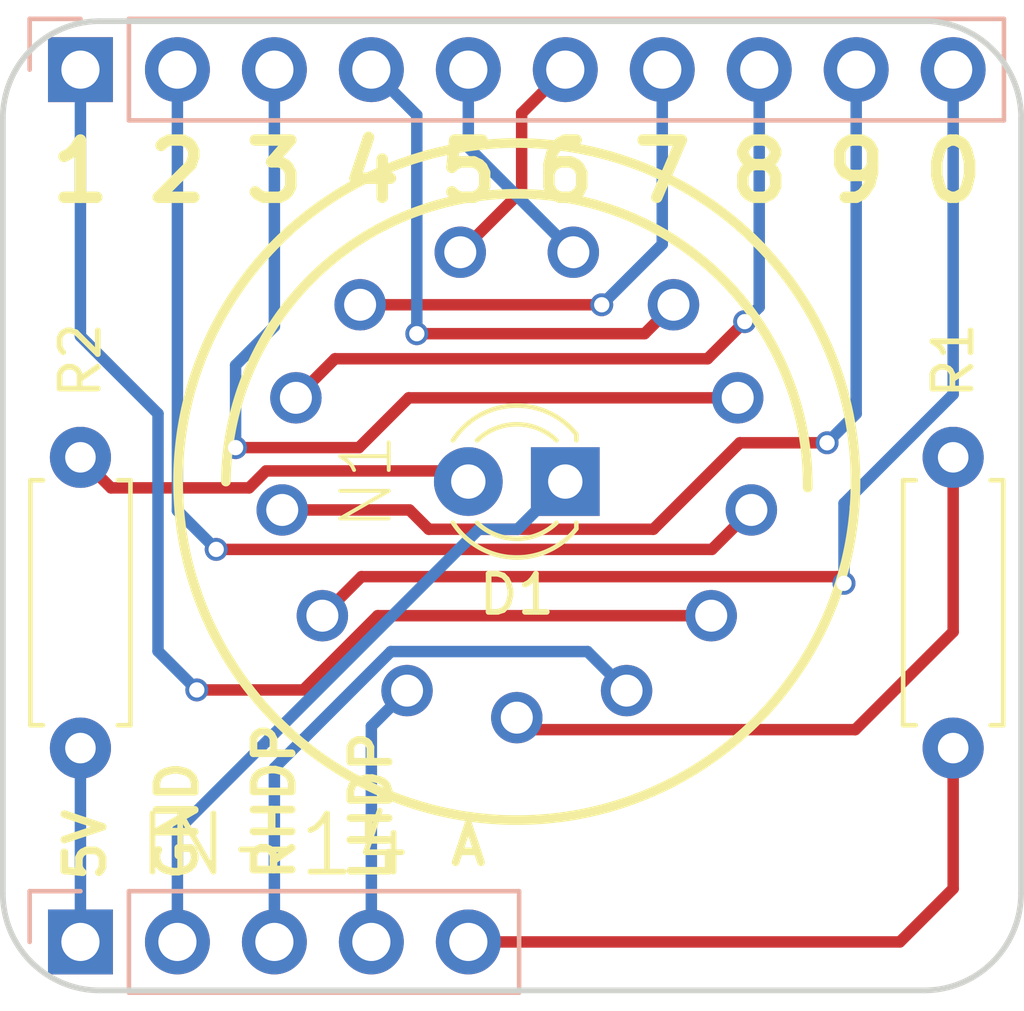
<source format=kicad_pcb>
(kicad_pcb (version 20240108) (generator "pcbnew") (generator_version "8.0")
  (layers (0 "F.Cu" signal) (31 "B.Cu" signal) (34 "B.Paste" user) (35 "F.Paste" user) (36 "B.SilkS" user "B.Silkscreen") (37 "F.SilkS" user "F.Silkscreen") (38 "B.Mask" user) (39 "F.Mask" user) (44 "Edge.Cuts" user))
  (net 0 "")
  (net 1 "Net-(J1-Pad1)")
  (net 2 "Net-(J1-Pad2)")
  (net 3 "Net-(J1-Pad3)")
  (net 4 "Net-(J1-Pad4)")
  (net 5 "Net-(J1-Pad5)")
  (net 6 "Net-(J1-Pad6)")
  (net 7 "Net-(J1-Pad7)")
  (net 8 "Net-(J1-Pad8)")
  (net 9 "Net-(J1-Pad9)")
  (net 10 "Net-(J1-Pad10)")
  (net 11 "Net-(J2-Pad1)")
  (net 12 "Net-(J2-Pad3)")
  (net 13 "GND")
  (net 14 "Net-(D1-Pad2)")
  (net 15 "Net-(J2-Pad4)")
  (net 16 "Net-(N1-PadA)")
  (net 17 "Net-(J2-Pad5)")
  (footprint "nixies-us:nixies-us-IN-14" (layer "F.Cu") (at 135.89 135.255)
    (property "Reference" "N1" (at -3.937 0 90) (layer "F.SilkS") (effects (font (size 1.27 1.27) (thickness 0.1016))))
    (property "Value" "IN-14" (at -6.35 9.525 0) (layer "F.SilkS") (effects (font (size 1.524 1.524))))
    (fp_arc (start -7.62 0) (mid 0.07874 -7.54126) (end 7.62 0.15748) (stroke (width 0.254)) (layer "F.SilkS"))
    (fp_circle (center 0 0) (end 0 -8.87222) (stroke (width 0.254)) (fill none) (layer "F.SilkS"))
    (pad "0" thru_hole circle (at -5.0927 3.51536) (size 1.3462 1.3462) (drill 0.8382) (layers "*.Cu" "*.Paste" "*.Mask") (net 10 "Net-(J1-Pad10)"))
    (pad "1" thru_hole circle (at 5.0927 3.51536) (size 1.3462 1.3462) (drill 0.8382) (layers "*.Cu" "*.Paste" "*.Mask") (net 1 "Net-(J1-Pad1)"))
    (pad "2" thru_hole circle (at 6.14426 0.74422) (size 1.3462 1.3462) (drill 0.8382) (layers "*.Cu" "*.Paste" "*.Mask") (net 2 "Net-(J1-Pad2)"))
    (pad "3" thru_hole circle (at 5.78612 -2.19456) (size 1.3462 1.3462) (drill 0.8382) (layers "*.Cu" "*.Paste" "*.Mask") (net 3 "Net-(J1-Pad3)"))
    (pad "4" thru_hole circle (at 4.10464 -4.63296) (size 1.3462 1.3462) (drill 0.8382) (layers "*.Cu" "*.Paste" "*.Mask") (net 4 "Net-(J1-Pad4)"))
    (pad "5" thru_hole circle (at 1.48082 -6.00964) (size 1.3462 1.3462) (drill 0.8382) (layers "*.Cu" "*.Paste" "*.Mask") (net 5 "Net-(J1-Pad5)"))
    (pad "6" thru_hole circle (at -1.48082 -6.00964) (size 1.3462 1.3462) (drill 0.8382) (layers "*.Cu" "*.Paste" "*.Mask") (net 6 "Net-(J1-Pad6)"))
    (pad "7" thru_hole circle (at -4.10464 -4.63296) (size 1.3462 1.3462) (drill 0.8382) (layers "*.Cu" "*.Paste" "*.Mask") (net 7 "Net-(J1-Pad7)"))
    (pad "8" thru_hole circle (at -5.78612 -2.19456) (size 1.3462 1.3462) (drill 0.8382) (layers "*.Cu" "*.Paste" "*.Mask") (net 8 "Net-(J1-Pad8)"))
    (pad "9" thru_hole circle (at -6.14426 0.74422) (size 1.3462 1.3462) (drill 0.8382) (layers "*.Cu" "*.Paste" "*.Mask") (net 9 "Net-(J1-Pad9)"))
    (pad "A" thru_hole circle (at 0 6.18744) (size 1.3462 1.3462) (drill 0.8382) (layers "*.Cu" "*.Paste" "*.Mask") (net 16 "Net-(N1-PadA)"))
    (pad "LHDP" thru_hole circle (at -2.87528 5.47878) (size 1.3462 1.3462) (drill 0.8382) (layers "*.Cu" "*.Paste" "*.Mask") (net 15 "Net-(J2-Pad4)"))
    (pad "RHDP" thru_hole circle (at 2.87528 5.47878) (size 1.3462 1.3462) (drill 0.8382) (layers "*.Cu" "*.Paste" "*.Mask") (net 12 "Net-(J2-Pad3)"))
  )
  (footprint "LEDs:LED_D3.0mm" (layer "F.Cu") (at 137.16 135.255 180)
    (property "Reference" "D1" (at 1.27 -2.96 180) (layer "F.SilkS"))
    (property "Value" "LED")
    (fp_line (start -0.29 1.08) (end -0.29 1.236) (stroke (width 0.12)) (layer "F.SilkS"))
    (fp_line (start -0.29 -1.236) (end -0.29 -1.08) (stroke (width 0.12)) (layer "F.SilkS"))
    (fp_arc (start 2.942335 1.078608) (mid 1.366487 1.987659) (end -0.29 1.235516) (stroke (width 0.12)) (layer "F.SilkS"))
    (fp_arc (start 2.31113 1.079837) (mid 1.270117 1.5) (end 0.229039 1.08) (stroke (width 0.12)) (layer "F.SilkS"))
    (fp_arc (start 0.229039 -1.08) (mid 1.270117 -1.5) (end 2.31113 -1.079837) (stroke (width 0.12)) (layer "F.SilkS"))
    (fp_arc (start -0.29 -1.235516) (mid 1.366487 -1.987659) (end 2.942335 -1.078608) (stroke (width 0.12)) (layer "F.SilkS"))
    (pad "1" thru_hole rect (at 0 0 180) (size 1.8 1.8) (drill 0.9) (layers "*.Cu" "*.Mask") (net 13 "GND"))
    (pad "2" thru_hole circle (at 2.54 0 180) (size 1.8 1.8) (drill 0.9) (layers "*.Cu" "*.Mask") (net 14 "Net-(D1-Pad2)"))
  )
  (footprint "Resistors_ThroughHole:R_Axial_DIN0207_L6.3mm_D2.5mm_P7.62mm_Horizontal" (layer "F.Cu") (at 147.32 134.62 -90)
    (property "Reference" "R1" (at -2.54 0 -90) (layer "F.SilkS"))
    (property "Value" "22k")
    (fp_line (start 0.6 1.31) (end 7.02 1.31) (stroke (width 0.12)) (layer "F.SilkS"))
    (fp_line (start 7.02 1.31) (end 7.02 0.98) (stroke (width 0.12)) (layer "F.SilkS"))
    (fp_line (start 0.6 0.98) (end 0.6 1.31) (stroke (width 0.12)) (layer "F.SilkS"))
    (fp_line (start 0.6 -0.98) (end 0.6 -1.31) (stroke (width 0.12)) (layer "F.SilkS"))
    (fp_line (start 0.6 -1.31) (end 7.02 -1.31) (stroke (width 0.12)) (layer "F.SilkS"))
    (fp_line (start 7.02 -1.31) (end 7.02 -0.98) (stroke (width 0.12)) (layer "F.SilkS"))
    (pad "1" thru_hole circle (at 0 0 270) (size 1.6 1.6) (drill 0.8) (layers "*.Cu" "*.Mask") (net 16 "Net-(N1-PadA)"))
    (pad "2" thru_hole oval (at 7.62 0 270) (size 1.6 1.6) (drill 0.8) (layers "*.Cu" "*.Mask") (net 17 "Net-(J2-Pad5)"))
  )
  (footprint "Resistors_ThroughHole:R_Axial_DIN0207_L6.3mm_D2.5mm_P7.62mm_Horizontal" (layer "F.Cu") (at 124.46 142.24 90)
    (property "Reference" "R2" (at 10.16 0 90) (layer "F.SilkS"))
    (property "Value" "390")
    (fp_line (start 7.02 -1.31) (end 7.02 -0.98) (stroke (width 0.12)) (layer "F.SilkS"))
    (fp_line (start 0.6 -1.31) (end 7.02 -1.31) (stroke (width 0.12)) (layer "F.SilkS"))
    (fp_line (start 0.6 -0.98) (end 0.6 -1.31) (stroke (width 0.12)) (layer "F.SilkS"))
    (fp_line (start 0.6 0.98) (end 0.6 1.31) (stroke (width 0.12)) (layer "F.SilkS"))
    (fp_line (start 7.02 1.31) (end 7.02 0.98) (stroke (width 0.12)) (layer "F.SilkS"))
    (fp_line (start 0.6 1.31) (end 7.02 1.31) (stroke (width 0.12)) (layer "F.SilkS"))
    (pad "1" thru_hole circle (at 0 0 90) (size 1.6 1.6) (drill 0.8) (layers "*.Cu" "*.Mask") (net 11 "Net-(J2-Pad1)"))
    (pad "2" thru_hole oval (at 7.62 0 90) (size 1.6 1.6) (drill 0.8) (layers "*.Cu" "*.Mask") (net 14 "Net-(D1-Pad2)"))
  )
  (footprint "Pin_Headers:Pin_Header_Straight_1x10_Pitch2.54mm" (layer "B.Cu") (at 124.46 124.46 -90)
    (property "Reference" "J1" (hide yes))
    (property "Value" "Conn_01x10" (hide yes))
    (fp_line (start -1.33 1.33) (end 0 1.33) (stroke (width 0.12)) (layer "B.SilkS"))
    (fp_line (start -1.33 0) (end -1.33 1.33) (stroke (width 0.12)) (layer "B.SilkS"))
    (fp_line (start -1.33 -1.27) (end 1.33 -1.27) (stroke (width 0.12)) (layer "B.SilkS"))
    (fp_line (start -1.33 -1.27) (end -1.33 -24.19) (stroke (width 0.12)) (layer "B.SilkS"))
    (fp_line (start 1.33 -1.27) (end 1.33 -24.19) (stroke (width 0.12)) (layer "B.SilkS"))
    (fp_line (start -1.33 -24.19) (end 1.33 -24.19) (stroke (width 0.12)) (layer "B.SilkS"))
    (pad "1" thru_hole rect (at 0 0 270) (size 1.7 1.7) (drill 1) (layers "*.Cu" "*.Mask") (net 1 "Net-(J1-Pad1)"))
    (pad "2" thru_hole oval (at 0 -2.54 270) (size 1.7 1.7) (drill 1) (layers "*.Cu" "*.Mask") (net 2 "Net-(J1-Pad2)"))
    (pad "3" thru_hole oval (at 0 -5.08 270) (size 1.7 1.7) (drill 1) (layers "*.Cu" "*.Mask") (net 3 "Net-(J1-Pad3)"))
    (pad "4" thru_hole oval (at 0 -7.62 270) (size 1.7 1.7) (drill 1) (layers "*.Cu" "*.Mask") (net 4 "Net-(J1-Pad4)"))
    (pad "5" thru_hole oval (at 0 -10.16 270) (size 1.7 1.7) (drill 1) (layers "*.Cu" "*.Mask") (net 5 "Net-(J1-Pad5)"))
    (pad "6" thru_hole oval (at 0 -12.7 270) (size 1.7 1.7) (drill 1) (layers "*.Cu" "*.Mask") (net 6 "Net-(J1-Pad6)"))
    (pad "7" thru_hole oval (at 0 -15.24 270) (size 1.7 1.7) (drill 1) (layers "*.Cu" "*.Mask") (net 7 "Net-(J1-Pad7)"))
    (pad "8" thru_hole oval (at 0 -17.78 270) (size 1.7 1.7) (drill 1) (layers "*.Cu" "*.Mask") (net 8 "Net-(J1-Pad8)"))
    (pad "9" thru_hole oval (at 0 -20.32 270) (size 1.7 1.7) (drill 1) (layers "*.Cu" "*.Mask") (net 9 "Net-(J1-Pad9)"))
    (pad "10" thru_hole oval (at 0 -22.86 270) (size 1.7 1.7) (drill 1) (layers "*.Cu" "*.Mask") (net 10 "Net-(J1-Pad10)"))
  )
  (footprint "Pin_Headers:Pin_Header_Straight_1x05_Pitch2.54mm" (layer "B.Cu") (at 124.46 147.32 -90)
    (property "Reference" "J2" (hide yes))
    (property "Value" "Conn_01x05" (hide yes))
    (fp_line (start -1.33 1.33) (end 0 1.33) (stroke (width 0.12)) (layer "B.SilkS"))
    (fp_line (start -1.33 0) (end -1.33 1.33) (stroke (width 0.12)) (layer "B.SilkS"))
    (fp_line (start -1.33 -1.27) (end 1.33 -1.27) (stroke (width 0.12)) (layer "B.SilkS"))
    (fp_line (start -1.33 -1.27) (end -1.33 -11.49) (stroke (width 0.12)) (layer "B.SilkS"))
    (fp_line (start 1.33 -1.27) (end 1.33 -11.49) (stroke (width 0.12)) (layer "B.SilkS"))
    (fp_line (start -1.33 -11.49) (end 1.33 -11.49) (stroke (width 0.12)) (layer "B.SilkS"))
    (pad "1" thru_hole rect (at 0 0 270) (size 1.7 1.7) (drill 1) (layers "*.Cu" "*.Mask") (net 11 "Net-(J2-Pad1)"))
    (pad "2" thru_hole oval (at 0 -2.54 270) (size 1.7 1.7) (drill 1) (layers "*.Cu" "*.Mask") (net 13 "GND"))
    (pad "3" thru_hole oval (at 0 -5.08 270) (size 1.7 1.7) (drill 1) (layers "*.Cu" "*.Mask") (net 12 "Net-(J2-Pad3)"))
    (pad "4" thru_hole oval (at 0 -7.62 270) (size 1.7 1.7) (drill 1) (layers "*.Cu" "*.Mask") (net 15 "Net-(J2-Pad4)"))
    (pad "5" thru_hole oval (at 0 -10.16 270) (size 1.7 1.7) (drill 1) (layers "*.Cu" "*.Mask") (net 17 "Net-(J2-Pad5)"))
  )
  (gr_arc (start 146.685 123.19) (mid 148.400649 123.977181) (end 149.101173 125.73) (stroke (width 0.15)) (layer "Edge.Cuts"))
  (gr_line (start 124.968 123.19) (end 146.685 123.19) (stroke (width 0.15)) (layer "Edge.Cuts"))
  (gr_arc (start 149.098 146.05) (mid 148.354051 147.846051) (end 146.558 148.59) (stroke (width 0.15)) (layer "Edge.Cuts"))
  (gr_line (start 146.558 148.59) (end 124.968 148.59) (stroke (width 0.15)) (layer "Edge.Cuts"))
  (gr_arc (start 122.428 125.73) (mid 123.171949 123.933949) (end 124.968 123.19) (stroke (width 0.15)) (layer "Edge.Cuts"))
  (gr_line (start 122.428 125.73) (end 122.428 146.05) (stroke (width 0.15)) (layer "Edge.Cuts"))
  (gr_arc (start 124.968 148.59) (mid 123.171949 147.846051) (end 122.428 146.05) (stroke (width 0.15)) (layer "Edge.Cuts"))
  (gr_line (start 149.098 125.73) (end 149.098 146.05) (stroke (width 0.15)) (layer "Edge.Cuts"))
  (gr_text "2" (at 127 127.127 0) (layer "F.SilkS") (effects (font (size 1.5 1.5) (thickness 0.3))))
  (gr_text "9" (at 144.78 127.127 0) (layer "F.SilkS") (effects (font (size 1.5 1.5) (thickness 0.3))))
  (gr_text "4" (at 132.08 127.127 0) (layer "F.SilkS") (effects (font (size 1.5 1.5) (thickness 0.3))))
  (gr_text "5" (at 134.62 127.127 0) (layer "F.SilkS") (effects (font (size 1.5 1.5) (thickness 0.3))))
  (gr_text "A" (at 134.62 144.78 0) (layer "F.SilkS") (effects (font (size 1 1) (thickness 0.2))))
  (gr_text "LHDP" (at 132.08 143.764 90) (layer "F.SilkS") (effects (font (size 1 1) (thickness 0.2))))
  (gr_text "5V" (at 124.587 144.78 90) (layer "F.SilkS") (effects (font (size 1 1) (thickness 0.2))))
  (gr_text "7" (at 139.7 127.127 0) (layer "F.SilkS") (effects (font (size 1.5 1.5) (thickness 0.3))))
  (gr_text "0" (at 147.32 127.127 0) (layer "F.SilkS") (effects (font (size 1.5 1.5) (thickness 0.3))))
  (gr_text "8" (at 142.24 127.127 0) (layer "F.SilkS") (effects (font (size 1.5 1.5) (thickness 0.3))))
  (gr_text "GND" (at 127 144.145 90) (layer "F.SilkS") (effects (font (size 1 1) (thickness 0.2))))
  (gr_text "RHDP" (at 129.54 143.637 90) (layer "F.SilkS") (effects (font (size 1 1) (thickness 0.2))))
  (gr_text "1" (at 124.46 127.127 0) (layer "F.SilkS") (effects (font (size 1.5 1.5) (thickness 0.3))))
  (gr_text "3" (at 129.54 127.127 0) (layer "F.SilkS") (effects (font (size 1.5 1.5) (thickness 0.3))))
  (gr_text "6" (at 137.16 127.127 0) (layer "F.SilkS") (effects (font (size 1.5 1.5) (thickness 0.3))))
  (segment (start 132.244182 138.77036) (end 140.9827 138.77036) (width 0.3) (layer "F.Cu") (net 1))
  (segment (start 130.298542 140.716) (end 132.244182 138.77036) (width 0.3) (layer "F.Cu") (net 1))
  (segment (start 127.508 140.716) (end 130.298542 140.716) (width 0.3) (layer "F.Cu") (net 1))
  (via (at 127.508 140.716) (size 0.6) (drill 0.4) (layers "F.Cu" "B.Cu") (net 1))
  (segment (start 126.492 133.477) (end 126.492 139.7) (width 0.3) (layer "B.Cu") (net 1))
  (segment (start 124.46 124.46) (end 124.46 131.445) (width 0.3) (layer "B.Cu") (net 1))
  (segment (start 124.46 131.445) (end 126.492 133.477) (width 0.3) (layer "B.Cu") (net 1))
  (segment (start 126.492 139.7) (end 127.508 140.716) (width 0.3) (layer "B.Cu") (net 1))
  (segment (start 128.016 137.033) (end 141.00048 137.033) (width 0.3) (layer "F.Cu") (net 2))
  (segment (start 141.00048 137.033) (end 142.03426 135.99922) (width 0.3) (layer "F.Cu") (net 2))
  (via (at 128.016 137.033) (size 0.6) (drill 0.4) (layers "F.Cu" "B.Cu") (net 2))
  (segment (start 127 136.017) (end 128.016 137.033) (width 0.3) (layer "B.Cu") (net 2))
  (segment (start 127 124.46) (end 127 136.017) (width 0.3) (layer "B.Cu") (net 2))
  (segment (start 128.524 134.366) (end 131.753893 134.366) (width 0.3) (layer "F.Cu") (net 3))
  (segment (start 131.753893 134.366) (end 133.059453 133.06044) (width 0.3) (layer "F.Cu") (net 3))
  (segment (start 133.059453 133.06044) (end 141.67612 133.06044) (width 0.3) (layer "F.Cu") (net 3))
  (via (at 128.524 134.366) (size 0.6) (drill 0.4) (layers "F.Cu" "B.Cu") (net 3))
  (segment (start 128.524 132.207) (end 128.524 134.366) (width 0.3) (layer "B.Cu") (net 3))
  (segment (start 129.54 131.191) (end 128.524 132.207) (width 0.3) (layer "B.Cu") (net 3))
  (segment (start 129.54 124.46) (end 129.54 131.191) (width 0.3) (layer "B.Cu") (net 3))
  (segment (start 139.23668 131.38) (end 133.270875 131.38) (width 0.3) (layer "F.Cu") (net 4))
  (segment (start 139.99464 130.62204) (end 139.23668 131.38) (width 0.3) (layer "F.Cu") (net 4))
  (via (at 133.270875 131.38) (size 0.6) (drill 0.4) (layers "F.Cu" "B.Cu") (net 4))
  (segment (start 132.08 124.46) (end 133.270875 125.650875) (width 0.3) (layer "B.Cu") (net 4))
  (segment (start 133.270875 125.650875) (end 133.270875 131.38) (width 0.3) (layer "B.Cu") (net 4))
  (segment (start 134.62 126.49454) (end 137.37082 129.24536) (width 0.3) (layer "B.Cu") (net 5))
  (segment (start 134.62 124.46) (end 134.62 126.49454) (width 0.3) (layer "B.Cu") (net 5))
  (segment (start 137.16 124.46) (end 136.017 125.603) (width 0.3) (layer "F.Cu") (net 6))
  (segment (start 136.017 127.63754) (end 134.40918 129.24536) (width 0.3) (layer "F.Cu") (net 6))
  (segment (start 136.017 125.603) (end 136.017 127.63754) (width 0.3) (layer "F.Cu") (net 6))
  (segment (start 131.78536 130.62204) (end 138.115042 130.62204) (width 0.3) (layer "F.Cu") (net 7))
  (via (at 138.115042 130.62204) (size 0.6) (drill 0.4) (layers "F.Cu" "B.Cu") (net 7))
  (segment (start 139.7 124.46) (end 139.7 129.037082) (width 0.3) (layer "B.Cu") (net 7))
  (segment (start 139.7 129.037082) (end 138.115042 130.62204) (width 0.3) (layer "B.Cu") (net 7))
  (segment (start 140.88566 132.03734) (end 141.859 131.064) (width 0.3) (layer "F.Cu") (net 8))
  (segment (start 130.10388 133.06044) (end 131.12698 132.03734) (width 0.3) (layer "F.Cu") (net 8))
  (segment (start 131.12698 132.03734) (end 140.88566 132.03734) (width 0.3) (layer "F.Cu") (net 8))
  (via (at 141.859 131.064) (size 0.6) (drill 0.4) (layers "F.Cu" "B.Cu") (net 8))
  (segment (start 142.24 130.683) (end 141.859 131.064) (width 0.3) (layer "B.Cu") (net 8))
  (segment (start 142.24 124.46) (end 142.24 130.683) (width 0.3) (layer "B.Cu") (net 8))
  (segment (start 139.466 136.505) (end 133.584 136.505) (width 0.3) (layer "F.Cu") (net 9))
  (segment (start 141.732 134.239) (end 139.466 136.505) (width 0.3) (layer "F.Cu") (net 9))
  (segment (start 133.07822 135.99922) (end 129.74574 135.99922) (width 0.3) (layer "F.Cu") (net 9))
  (segment (start 133.584 136.505) (end 133.07822 135.99922) (width 0.3) (layer "F.Cu") (net 9))
  (segment (start 144.018 134.239) (end 141.732 134.239) (width 0.3) (layer "F.Cu") (net 9))
  (via (at 144.018 134.239) (size 0.6) (drill 0.4) (layers "F.Cu" "B.Cu") (net 9))
  (segment (start 144.78 133.477) (end 144.018 134.239) (width 0.3) (layer "B.Cu") (net 9))
  (segment (start 144.78 124.46) (end 144.78 133.477) (width 0.3) (layer "B.Cu") (net 9))
  (segment (start 144.28626 137.74726) (end 144.461 137.922) (width 0.3) (layer "F.Cu") (net 10))
  (segment (start 131.8204 137.74726) (end 144.28626 137.74726) (width 0.3) (layer "F.Cu") (net 10))
  (segment (start 130.7973 138.77036) (end 131.8204 137.74726) (width 0.3) (layer "F.Cu") (net 10))
  (via (at 144.461 137.922) (size 0.6) (drill 0.4) (layers "F.Cu" "B.Cu") (net 10))
  (segment (start 147.32 124.46) (end 147.32 132.969) (width 0.3) (layer "B.Cu") (net 10))
  (segment (start 144.461 135.828) (end 144.461 137.922) (width 0.3) (layer "B.Cu") (net 10))
  (segment (start 147.32 132.969) (end 144.461 135.828) (width 0.3) (layer "B.Cu") (net 10))
  (segment (start 124.46 147.32) (end 124.46 142.24) (width 0.3) (layer "B.Cu") (net 11))
  (segment (start 129.54 142.761618) (end 132.590938 139.71068) (width 0.3) (layer "B.Cu") (net 12))
  (segment (start 137.74218 139.71068) (end 138.76528 140.73378) (width 0.3) (layer "B.Cu") (net 12))
  (segment (start 129.54 147.32) (end 129.54 142.761618) (width 0.3) (layer "B.Cu") (net 12))
  (segment (start 132.590938 139.71068) (end 137.74218 139.71068) (width 0.3) (layer "B.Cu") (net 12))
  (segment (start 134.894 136.505) (end 135.91 136.505) (width 0.3) (layer "B.Cu") (net 13))
  (segment (start 135.91 136.505) (end 137.16 135.255) (width 0.3) (layer "B.Cu") (net 13))
  (segment (start 127 147.32) (end 127 144.399) (width 0.3) (layer "B.Cu") (net 13))
  (segment (start 127 144.399) (end 134.894 136.505) (width 0.3) (layer "B.Cu") (net 13))
  (segment (start 124.46 134.62) (end 125.259999 135.419999) (width 0.3) (layer "F.Cu") (net 14))
  (segment (start 129.321958 134.97612) (end 134.34112 134.97612) (width 0.3) (layer "F.Cu") (net 14))
  (segment (start 125.259999 135.419999) (end 128.878079 135.419999) (width 0.3) (layer "F.Cu") (net 14))
  (segment (start 134.34112 134.97612) (end 134.62 135.255) (width 0.3) (layer "F.Cu") (net 14))
  (segment (start 128.878079 135.419999) (end 129.321958 134.97612) (width 0.3) (layer "F.Cu") (net 14))
  (segment (start 132.08 147.32) (end 132.08 141.6685) (width 0.3) (layer "B.Cu") (net 15))
  (segment (start 132.08 141.6685) (end 133.01472 140.73378) (width 0.3) (layer "B.Cu") (net 15))
  (segment (start 147.32 134.62) (end 147.32 139.192) (width 0.3) (layer "F.Cu") (net 16))
  (segment (start 144.75512 141.75688) (end 136.20444 141.75688) (width 0.3) (layer "F.Cu") (net 16))
  (segment (start 136.20444 141.75688) (end 135.89 141.44244) (width 0.3) (layer "F.Cu") (net 16))
  (segment (start 147.32 139.192) (end 144.75512 141.75688) (width 0.3) (layer "F.Cu") (net 16))
  (segment (start 145.923 147.32) (end 134.62 147.32) (width 0.3) (layer "F.Cu") (net 17))
  (segment (start 147.32 142.24) (end 147.32 145.923) (width 0.3) (layer "F.Cu") (net 17))
  (segment (start 147.32 145.923) (end 145.923 147.32) (width 0.3) (layer "F.Cu") (net 17))
)
</source>
